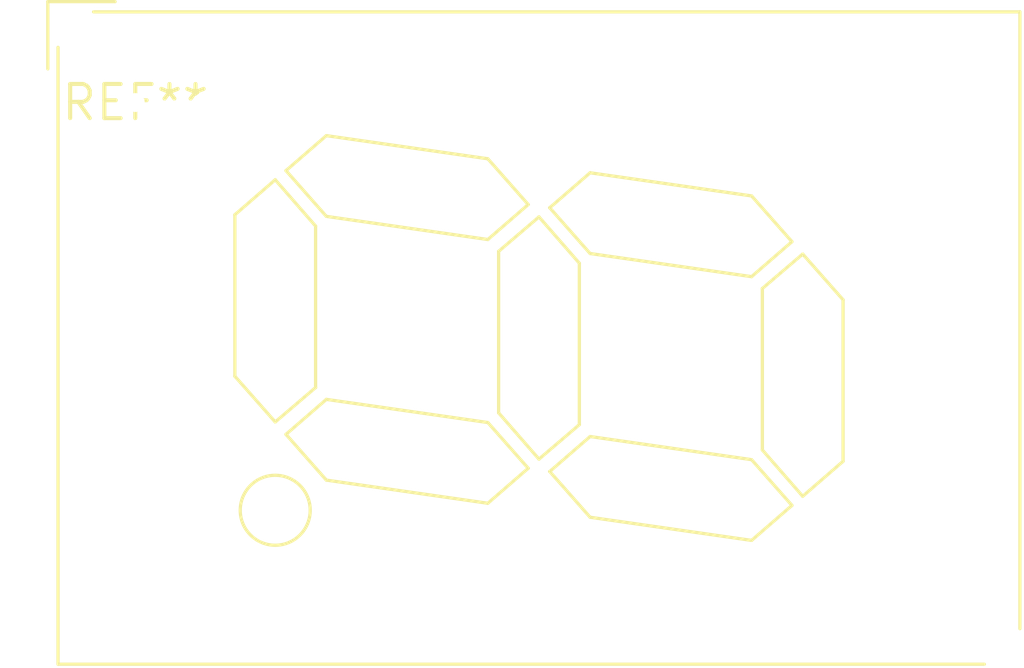
<source format=kicad_pcb>
(kicad_pcb (version 20240108) (generator pcbnew)
  (layers (0 "F.Cu" signal) (31 "B.Cu" signal) (34 "B.Paste" user) (35 "F.Paste" user) (36 "B.SilkS" user "B.Silkscreen") (37 "F.SilkS" user "F.Silkscreen") (38 "B.Mask" user) (39 "F.Mask" user) (44 "Edge.Cuts" user))
  (net 0 "")
  (footprint "AD-121F2" (layer "F.Cu") (at 0 0)
    (property "Reference" "REF**")
    (property "Value" "AD-121F2")
    (fp_line (start -3.25 -3.75) (end -0.75 -3.75) (layer "F.SilkS") (stroke (width 0.12)))
    (fp_line (start -3.25 -1.25) (end -3.25 -3.75) (layer "F.SilkS") (stroke (width 0.12)))
    (fp_line (start -2.87 20.87) (end -2.87 -2.05) (layer "F.SilkS") (stroke (width 0.12)))
    (fp_line (start -1.55 -3.37) (end 32.87 -3.37) (layer "F.SilkS") (stroke (width 0.12)))
    (fp_line (start 3.7 4.17) (end 5.2 2.87) (layer "F.SilkS") (stroke (width 0.12)))
    (fp_line (start 3.7 10.17) (end 3.7 4.17) (layer "F.SilkS") (stroke (width 0.12)))
    (fp_line (start 5.2 2.87) (end 5.2 2.87) (layer "F.SilkS") (stroke (width 0.12)))
    (fp_line (start 5.2 2.87) (end 6.7 4.59) (layer "F.SilkS") (stroke (width 0.12)))
    (fp_line (start 5.2 11.87) (end 3.7 10.17) (layer "F.SilkS") (stroke (width 0.12)))
    (fp_line (start 5.6 2.53) (end 5.6 2.53) (layer "F.SilkS") (stroke (width 0.12)))
    (fp_line (start 5.6 2.53) (end 7.1 4.23) (layer "F.SilkS") (stroke (width 0.12)))
    (fp_line (start 5.6 12.33) (end 5.6 12.33) (layer "F.SilkS") (stroke (width 0.12)))
    (fp_line (start 5.6 12.33) (end 7.1 14.03) (layer "F.SilkS") (stroke (width 0.12)))
    (fp_line (start 6.7 4.59) (end 6.7 10.59) (layer "F.SilkS") (stroke (width 0.12)))
    (fp_line (start 6.7 10.59) (end 5.2 11.87) (layer "F.SilkS") (stroke (width 0.12)))
    (fp_line (start 7.1 1.23) (end 5.6 2.53) (layer "F.SilkS") (stroke (width 0.12)))
    (fp_line (start 7.1 4.23) (end 13.1 5.09) (layer "F.SilkS") (stroke (width 0.12)))
    (fp_line (start 7.1 11.03) (end 5.6 12.33) (layer "F.SilkS") (stroke (width 0.12)))
    (fp_line (start 7.1 14.03) (end 13.1 14.89) (layer "F.SilkS") (stroke (width 0.12)))
    (fp_line (start 13.1 2.09) (end 7.1 1.23) (layer "F.SilkS") (stroke (width 0.12)))
    (fp_line (start 13.1 5.09) (end 14.6 3.79) (layer "F.SilkS") (stroke (width 0.12)))
    (fp_line (start 13.1 11.89) (end 7.1 11.03) (layer "F.SilkS") (stroke (width 0.12)))
    (fp_line (start 13.1 14.89) (end 14.6 13.59) (layer "F.SilkS") (stroke (width 0.12)))
    (fp_line (start 13.5 5.53) (end 15 4.25) (layer "F.SilkS") (stroke (width 0.12)))
    (fp_line (start 13.5 11.53) (end 13.5 5.53) (layer "F.SilkS") (stroke (width 0.12)))
    (fp_line (start 14.6 3.79) (end 13.1 2.09) (layer "F.SilkS") (stroke (width 0.12)))
    (fp_line (start 14.6 13.59) (end 13.1 11.89) (layer "F.SilkS") (stroke (width 0.12)))
    (fp_line (start 15 4.25) (end 15 4.25) (layer "F.SilkS") (stroke (width 0.12)))
    (fp_line (start 15 4.25) (end 16.5 5.97) (layer "F.SilkS") (stroke (width 0.12)))
    (fp_line (start 15 13.25) (end 13.5 11.53) (layer "F.SilkS") (stroke (width 0.12)))
    (fp_line (start 15.4 3.91) (end 15.4 3.91) (layer "F.SilkS") (stroke (width 0.12)))
    (fp_line (start 15.4 3.91) (end 16.9 5.61) (layer "F.SilkS") (stroke (width 0.12)))
    (fp_line (start 15.4 13.71) (end 15.4 13.71) (layer "F.SilkS") (stroke (width 0.12)))
    (fp_line (start 15.4 13.71) (end 16.9 15.41) (layer "F.SilkS") (stroke (width 0.12)))
    (fp_line (start 16.5 5.97) (end 16.5 11.97) (layer "F.SilkS") (stroke (width 0.12)))
    (fp_line (start 16.5 11.97) (end 15 13.25) (layer "F.SilkS") (stroke (width 0.12)))
    (fp_line (start 16.9 2.61) (end 15.4 3.91) (layer "F.SilkS") (stroke (width 0.12)))
    (fp_line (start 16.9 5.61) (end 22.9 6.47) (layer "F.SilkS") (stroke (width 0.12)))
    (fp_line (start 16.9 12.41) (end 15.4 13.71) (layer "F.SilkS") (stroke (width 0.12)))
    (fp_line (start 16.9 15.41) (end 22.9 16.27) (layer "F.SilkS") (stroke (width 0.12)))
    (fp_line (start 22.9 3.47) (end 16.9 2.61) (layer "F.SilkS") (stroke (width 0.12)))
    (fp_line (start 22.9 6.47) (end 24.4 5.17) (layer "F.SilkS") (stroke (width 0.12)))
    (fp_line (start 22.9 13.27) (end 16.9 12.41) (layer "F.SilkS") (stroke (width 0.12)))
    (fp_line (start 22.9 16.27) (end 24.4 14.97) (layer "F.SilkS") (stroke (width 0.12)))
    (fp_line (start 23.3 6.91) (end 24.8 5.63) (layer "F.SilkS") (stroke (width 0.12)))
    (fp_line (start 23.3 12.91) (end 23.3 6.91) (layer "F.SilkS") (stroke (width 0.12)))
    (fp_line (start 24.4 5.17) (end 22.9 3.47) (layer "F.SilkS") (stroke (width 0.12)))
    (fp_line (start 24.4 14.97) (end 22.9 13.27) (layer "F.SilkS") (stroke (width 0.12)))
    (fp_line (start 24.8 5.63) (end 24.8 5.63) (layer "F.SilkS") (stroke (width 0.12)))
    (fp_line (start 24.8 5.63) (end 26.3 7.33) (layer "F.SilkS") (stroke (width 0.12)))
    (fp_line (start 24.8 14.63) (end 23.3 12.91) (layer "F.SilkS") (stroke (width 0.12)))
    (fp_line (start 26.3 7.33) (end 26.3 13.33) (layer "F.SilkS") (stroke (width 0.12)))
    (fp_line (start 26.3 13.33) (end 24.8 14.63) (layer "F.SilkS") (stroke (width 0.12)))
    (fp_line (start 31.55 20.87) (end -2.87 20.87) (layer "F.SilkS") (stroke (width 0.12)))
    (fp_line (start 32.87 -3.37) (end 32.87 19.55) (layer "F.SilkS") (stroke (width 0.12)))
    (fp_circle (center 5.2 15.15) (end 6.5 15.15) (layer "F.SilkS") (stroke (width 0.12)) (fill none))
    (pad "" np_thru_hole circle (at -2.25 -2.75) (size 1.45 1.45) (drill 1.45) (layers *.Cu *.Mask))
    (pad "" np_thru_hole circle (at 32.25 20.25) (size 1.45 1.45) (drill 1.45) (layers *.Cu *.Mask))
    (pad "1" thru_hole rect (at 0 0) (size 1.7 1.7) (drill 0.7) (layers *.Cu *.Mask) (remove_unused_layers))
    (pad "2" thru_hole circle (at 0 2.5) (size 1.7 1.7) (drill 0.7) (layers *.Cu *.Mask) (remove_unused_layers))
    (pad "3" thru_hole circle (at 0 5) (size 1.7 1.7) (drill 0.7) (layers *.Cu *.Mask) (remove_unused_layers))
    (pad "4" thru_hole circle (at 0 7.5) (size 1.7 1.7) (drill 0.7) (layers *.Cu *.Mask) (remove_unused_layers))
    (pad "5" thru_hole circle (at 0 10) (size 1.7 1.7) (drill 0.7) (layers *.Cu *.Mask) (remove_unused_layers))
    (pad "6" thru_hole circle (at 0 12.5) (size 1.7 1.7) (drill 0.7) (layers *.Cu *.Mask) (remove_unused_layers))
    (pad "9" thru_hole circle (at 2.5 0) (size 1.7 1.7) (drill 0.7) (layers *.Cu *.Mask) (remove_unused_layers))
    (pad "10" thru_hole circle (at 2.5 2.5) (size 1.7 1.7) (drill 0.7) (layers *.Cu *.Mask) (remove_unused_layers))
    (pad "11" thru_hole circle (at 2.5 12.5) (size 1.7 1.7) (drill 0.7) (layers *.Cu *.Mask) (remove_unused_layers))
    (pad "13" thru_hole circle (at 27.5 0) (size 1.7 1.7) (drill 0.7) (layers *.Cu *.Mask) (remove_unused_layers))
    (pad "14" thru_hole circle (at 27.5 2.5) (size 1.7 1.7) (drill 0.7) (layers *.Cu *.Mask) (remove_unused_layers))
    (pad "15" thru_hole circle (at 27.5 5) (size 1.7 1.7) (drill 0.7) (layers *.Cu *.Mask) (remove_unused_layers))
    (pad "16" thru_hole circle (at 27.5 15) (size 1.7 1.7) (drill 0.7) (layers *.Cu *.Mask) (remove_unused_layers))
    (pad "17" thru_hole circle (at 27.5 17.5) (size 1.7 1.7) (drill 0.7) (layers *.Cu *.Mask) (remove_unused_layers))
    (pad "18" thru_hole circle (at 30 0) (size 1.7 1.7) (drill 0.7) (layers *.Cu *.Mask) (remove_unused_layers))
    (pad "19" thru_hole circle (at 30 2.5) (size 1.7 1.7) (drill 0.7) (layers *.Cu *.Mask) (remove_unused_layers))
    (pad "20" thru_hole circle (at 30 5) (size 1.7 1.7) (drill 0.7) (layers *.Cu *.Mask) (remove_unused_layers))
    (pad "21" thru_hole circle (at 30 7.5) (size 1.7 1.7) (drill 0.7) (layers *.Cu *.Mask) (remove_unused_layers))
    (pad "22" thru_hole circle (at 30 10) (size 1.7 1.7) (drill 0.7) (layers *.Cu *.Mask) (remove_unused_layers))
    (pad "23" thru_hole circle (at 30 12.5) (size 1.7 1.7) (drill 0.7) (layers *.Cu *.Mask) (remove_unused_layers))
    (pad "24" thru_hole circle (at 30 15) (size 1.7 1.7) (drill 0.7) (layers *.Cu *.Mask) (remove_unused_layers))
    (pad "25" thru_hole circle (at 30 17.5) (size 1.7 1.7) (drill 0.7) (layers *.Cu *.Mask) (remove_unused_layers))
  )
)
</source>
